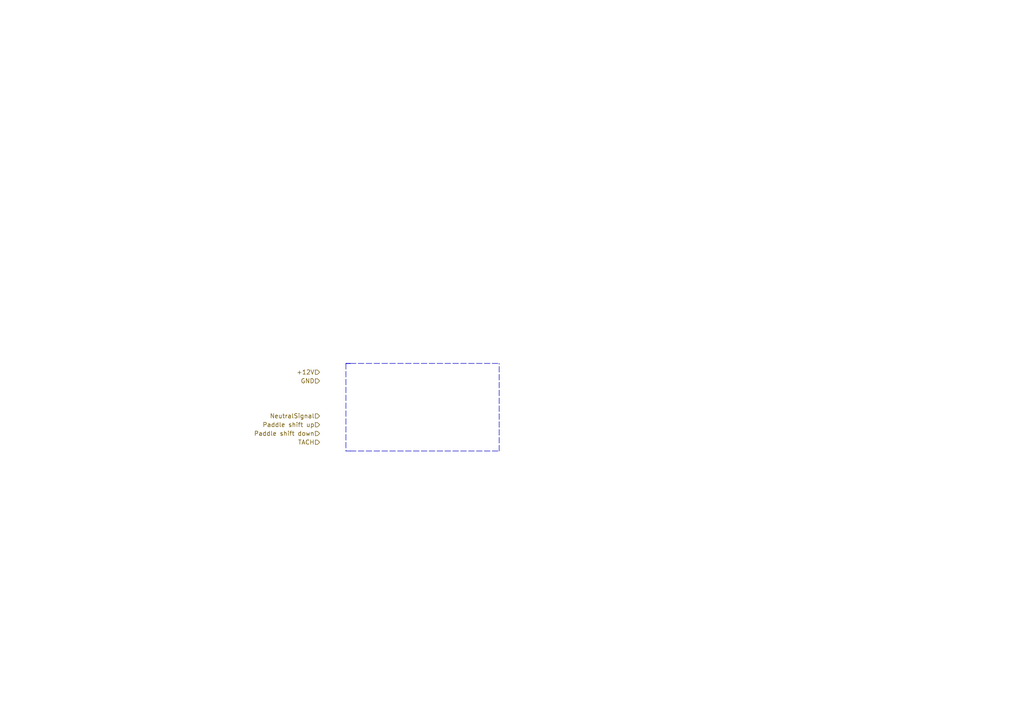
<source format=kicad_sch>
(kicad_sch (version 20211123) (generator eeschema)
  (paper "A4")
  (lib_symbols)
  (polyline (pts (xy 100.33 105.41) (xy 101.6 105.41)))
  (polyline (pts (xy 101.6 130.81) (xy 144.78 130.81)))
  (polyline (pts (xy 144.78 130.81) (xy 144.78 105.41)))
  (polyline (pts (xy 100.33 130.81) (xy 101.6 130.81)))
  (polyline (pts (xy 100.33 105.41) (xy 101.6 105.41)))
  (polyline (pts (xy 100.33 105.41) (xy 100.33 130.81)))
  (polyline (pts (xy 101.6 105.41) (xy 144.78 105.41)))
  (hierarchical_label "Paddle shift down" (shape input) (at 92.71 125.73 180))
  (hierarchical_label "TACH" (shape input) (at 92.71 128.27 180))
  (hierarchical_label "GND" (shape input) (at 92.71 110.49 180))
  (hierarchical_label "+12V" (shape input) (at 92.71 107.95 180))
  (hierarchical_label "Paddle shift up" (shape input) (at 92.71 123.19 180))
  (hierarchical_label "NeutralSignal" (shape input) (at 92.71 120.65 180))
)
</source>
